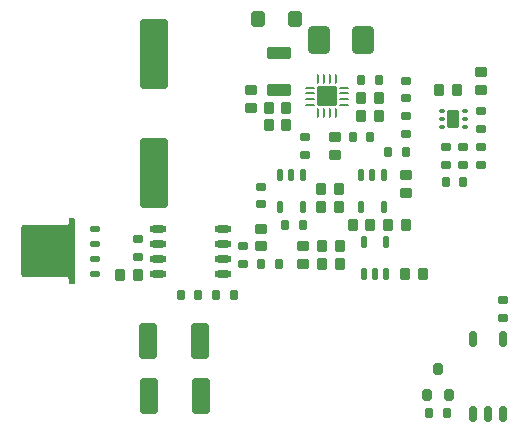
<source format=gtp>
G04*
G04 #@! TF.GenerationSoftware,Altium Limited,Altium Designer,25.6.2 (33)*
G04*
G04 Layer_Color=8421504*
%FSLAX44Y44*%
%MOMM*%
G71*
G04*
G04 #@! TF.SameCoordinates,51367FFA-E2D0-4688-BCD1-F7C66F822469*
G04*
G04*
G04 #@! TF.FilePolarity,Positive*
G04*
G01*
G75*
G04:AMPARAMS|DCode=13|XSize=0.95mm|YSize=0.9mm|CornerRadius=0.1125mm|HoleSize=0mm|Usage=FLASHONLY|Rotation=90.000|XOffset=0mm|YOffset=0mm|HoleType=Round|Shape=RoundedRectangle|*
%AMROUNDEDRECTD13*
21,1,0.9500,0.6750,0,0,90.0*
21,1,0.7250,0.9000,0,0,90.0*
1,1,0.2250,0.3375,0.3625*
1,1,0.2250,0.3375,-0.3625*
1,1,0.2250,-0.3375,-0.3625*
1,1,0.2250,-0.3375,0.3625*
%
%ADD13ROUNDEDRECTD13*%
G04:AMPARAMS|DCode=14|XSize=0.55mm|YSize=1mm|CornerRadius=0.1375mm|HoleSize=0mm|Usage=FLASHONLY|Rotation=180.000|XOffset=0mm|YOffset=0mm|HoleType=Round|Shape=RoundedRectangle|*
%AMROUNDEDRECTD14*
21,1,0.5500,0.7250,0,0,180.0*
21,1,0.2750,1.0000,0,0,180.0*
1,1,0.2750,-0.1375,0.3625*
1,1,0.2750,0.1375,0.3625*
1,1,0.2750,0.1375,-0.3625*
1,1,0.2750,-0.1375,-0.3625*
%
%ADD14ROUNDEDRECTD14*%
G04:AMPARAMS|DCode=15|XSize=0.65mm|YSize=1.3mm|CornerRadius=0.1625mm|HoleSize=0mm|Usage=FLASHONLY|Rotation=0.000|XOffset=0mm|YOffset=0mm|HoleType=Round|Shape=RoundedRectangle|*
%AMROUNDEDRECTD15*
21,1,0.6500,0.9750,0,0,0.0*
21,1,0.3250,1.3000,0,0,0.0*
1,1,0.3250,0.1625,-0.4875*
1,1,0.3250,-0.1625,-0.4875*
1,1,0.3250,-0.1625,0.4875*
1,1,0.3250,0.1625,0.4875*
%
%ADD15ROUNDEDRECTD15*%
G04:AMPARAMS|DCode=16|XSize=0.85mm|YSize=0.65mm|CornerRadius=0.0813mm|HoleSize=0mm|Usage=FLASHONLY|Rotation=90.000|XOffset=0mm|YOffset=0mm|HoleType=Round|Shape=RoundedRectangle|*
%AMROUNDEDRECTD16*
21,1,0.8500,0.4875,0,0,90.0*
21,1,0.6875,0.6500,0,0,90.0*
1,1,0.1625,0.2438,0.3438*
1,1,0.1625,0.2438,-0.3438*
1,1,0.1625,-0.2438,-0.3438*
1,1,0.1625,-0.2438,0.3438*
%
%ADD16ROUNDEDRECTD16*%
G04:AMPARAMS|DCode=17|XSize=0.3mm|YSize=0.45mm|CornerRadius=0.0375mm|HoleSize=0mm|Usage=FLASHONLY|Rotation=90.000|XOffset=0mm|YOffset=0mm|HoleType=Round|Shape=RoundedRectangle|*
%AMROUNDEDRECTD17*
21,1,0.3000,0.3750,0,0,90.0*
21,1,0.2250,0.4500,0,0,90.0*
1,1,0.0750,0.1875,0.1125*
1,1,0.0750,0.1875,-0.1125*
1,1,0.0750,-0.1875,-0.1125*
1,1,0.0750,-0.1875,0.1125*
%
%ADD17ROUNDEDRECTD17*%
G04:AMPARAMS|DCode=18|XSize=1.6mm|YSize=0.96mm|CornerRadius=0.12mm|HoleSize=0mm|Usage=FLASHONLY|Rotation=90.000|XOffset=0mm|YOffset=0mm|HoleType=Round|Shape=RoundedRectangle|*
%AMROUNDEDRECTD18*
21,1,1.6000,0.7200,0,0,90.0*
21,1,1.3600,0.9600,0,0,90.0*
1,1,0.2400,0.3600,0.6800*
1,1,0.2400,0.3600,-0.6800*
1,1,0.2400,-0.3600,-0.6800*
1,1,0.2400,-0.3600,0.6800*
%
%ADD18ROUNDEDRECTD18*%
G04:AMPARAMS|DCode=19|XSize=0.85mm|YSize=0.65mm|CornerRadius=0.0813mm|HoleSize=0mm|Usage=FLASHONLY|Rotation=0.000|XOffset=0mm|YOffset=0mm|HoleType=Round|Shape=RoundedRectangle|*
%AMROUNDEDRECTD19*
21,1,0.8500,0.4875,0,0,0.0*
21,1,0.6875,0.6500,0,0,0.0*
1,1,0.1625,0.3438,-0.2438*
1,1,0.1625,-0.3438,-0.2438*
1,1,0.1625,-0.3438,0.2438*
1,1,0.1625,0.3438,0.2438*
%
%ADD19ROUNDEDRECTD19*%
G04:AMPARAMS|DCode=20|XSize=0.95mm|YSize=0.9mm|CornerRadius=0.1125mm|HoleSize=0mm|Usage=FLASHONLY|Rotation=0.000|XOffset=0mm|YOffset=0mm|HoleType=Round|Shape=RoundedRectangle|*
%AMROUNDEDRECTD20*
21,1,0.9500,0.6750,0,0,0.0*
21,1,0.7250,0.9000,0,0,0.0*
1,1,0.2250,0.3625,-0.3375*
1,1,0.2250,-0.3625,-0.3375*
1,1,0.2250,-0.3625,0.3375*
1,1,0.2250,0.3625,0.3375*
%
%ADD20ROUNDEDRECTD20*%
G04:AMPARAMS|DCode=21|XSize=0.8mm|YSize=1mm|CornerRadius=0.2mm|HoleSize=0mm|Usage=FLASHONLY|Rotation=180.000|XOffset=0mm|YOffset=0mm|HoleType=Round|Shape=RoundedRectangle|*
%AMROUNDEDRECTD21*
21,1,0.8000,0.6000,0,0,180.0*
21,1,0.4000,1.0000,0,0,180.0*
1,1,0.4000,-0.2000,0.3000*
1,1,0.4000,0.2000,0.3000*
1,1,0.4000,0.2000,-0.3000*
1,1,0.4000,-0.2000,-0.3000*
%
%ADD21ROUNDEDRECTD21*%
G04:AMPARAMS|DCode=22|XSize=3mm|YSize=1.5mm|CornerRadius=0.1875mm|HoleSize=0mm|Usage=FLASHONLY|Rotation=270.000|XOffset=0mm|YOffset=0mm|HoleType=Round|Shape=RoundedRectangle|*
%AMROUNDEDRECTD22*
21,1,3.0000,1.1250,0,0,270.0*
21,1,2.6250,1.5000,0,0,270.0*
1,1,0.3750,-0.5625,-1.3125*
1,1,0.3750,-0.5625,1.3125*
1,1,0.3750,0.5625,1.3125*
1,1,0.3750,0.5625,-1.3125*
%
%ADD22ROUNDEDRECTD22*%
G04:AMPARAMS|DCode=23|XSize=2mm|YSize=1mm|CornerRadius=0.125mm|HoleSize=0mm|Usage=FLASHONLY|Rotation=180.000|XOffset=0mm|YOffset=0mm|HoleType=Round|Shape=RoundedRectangle|*
%AMROUNDEDRECTD23*
21,1,2.0000,0.7500,0,0,180.0*
21,1,1.7500,1.0000,0,0,180.0*
1,1,0.2500,-0.8750,0.3750*
1,1,0.2500,0.8750,0.3750*
1,1,0.2500,0.8750,-0.3750*
1,1,0.2500,-0.8750,-0.3750*
%
%ADD23ROUNDEDRECTD23*%
G04:AMPARAMS|DCode=24|XSize=2.3mm|YSize=6mm|CornerRadius=0.1725mm|HoleSize=0mm|Usage=FLASHONLY|Rotation=0.000|XOffset=0mm|YOffset=0mm|HoleType=Round|Shape=RoundedRectangle|*
%AMROUNDEDRECTD24*
21,1,2.3000,5.6550,0,0,0.0*
21,1,1.9550,6.0000,0,0,0.0*
1,1,0.3450,0.9775,-2.8275*
1,1,0.3450,-0.9775,-2.8275*
1,1,0.3450,-0.9775,2.8275*
1,1,0.3450,0.9775,2.8275*
%
%ADD24ROUNDEDRECTD24*%
G04:AMPARAMS|DCode=25|XSize=1.66mm|YSize=1.66mm|CornerRadius=0.1245mm|HoleSize=0mm|Usage=FLASHONLY|Rotation=0.000|XOffset=0mm|YOffset=0mm|HoleType=Round|Shape=RoundedRectangle|*
%AMROUNDEDRECTD25*
21,1,1.6600,1.4110,0,0,0.0*
21,1,1.4110,1.6600,0,0,0.0*
1,1,0.2490,0.7055,-0.7055*
1,1,0.2490,-0.7055,-0.7055*
1,1,0.2490,-0.7055,0.7055*
1,1,0.2490,0.7055,0.7055*
%
%ADD25ROUNDEDRECTD25*%
G04:AMPARAMS|DCode=26|XSize=0.25mm|YSize=0.8mm|CornerRadius=0.0625mm|HoleSize=0mm|Usage=FLASHONLY|Rotation=0.000|XOffset=0mm|YOffset=0mm|HoleType=Round|Shape=RoundedRectangle|*
%AMROUNDEDRECTD26*
21,1,0.2500,0.6750,0,0,0.0*
21,1,0.1250,0.8000,0,0,0.0*
1,1,0.1250,0.0625,-0.3375*
1,1,0.1250,-0.0625,-0.3375*
1,1,0.1250,-0.0625,0.3375*
1,1,0.1250,0.0625,0.3375*
%
%ADD26ROUNDEDRECTD26*%
G04:AMPARAMS|DCode=27|XSize=0.25mm|YSize=0.8mm|CornerRadius=0.0625mm|HoleSize=0mm|Usage=FLASHONLY|Rotation=90.000|XOffset=0mm|YOffset=0mm|HoleType=Round|Shape=RoundedRectangle|*
%AMROUNDEDRECTD27*
21,1,0.2500,0.6750,0,0,90.0*
21,1,0.1250,0.8000,0,0,90.0*
1,1,0.1250,0.3375,0.0625*
1,1,0.1250,0.3375,-0.0625*
1,1,0.1250,-0.3375,-0.0625*
1,1,0.1250,-0.3375,0.0625*
%
%ADD27ROUNDEDRECTD27*%
G04:AMPARAMS|DCode=28|XSize=2.3mm|YSize=1.8mm|CornerRadius=0.225mm|HoleSize=0mm|Usage=FLASHONLY|Rotation=270.000|XOffset=0mm|YOffset=0mm|HoleType=Round|Shape=RoundedRectangle|*
%AMROUNDEDRECTD28*
21,1,2.3000,1.3500,0,0,270.0*
21,1,1.8500,1.8000,0,0,270.0*
1,1,0.4500,-0.6750,-0.9250*
1,1,0.4500,-0.6750,0.9250*
1,1,0.4500,0.6750,0.9250*
1,1,0.4500,0.6750,-0.9250*
%
%ADD28ROUNDEDRECTD28*%
G04:AMPARAMS|DCode=29|XSize=1.3mm|YSize=1.2mm|CornerRadius=0.15mm|HoleSize=0mm|Usage=FLASHONLY|Rotation=90.000|XOffset=0mm|YOffset=0mm|HoleType=Round|Shape=RoundedRectangle|*
%AMROUNDEDRECTD29*
21,1,1.3000,0.9000,0,0,90.0*
21,1,1.0000,1.2000,0,0,90.0*
1,1,0.3000,0.4500,0.5000*
1,1,0.3000,0.4500,-0.5000*
1,1,0.3000,-0.4500,-0.5000*
1,1,0.3000,-0.4500,0.5000*
%
%ADD29ROUNDEDRECTD29*%
G04:AMPARAMS|DCode=30|XSize=0.5mm|YSize=0.85mm|CornerRadius=0.0625mm|HoleSize=0mm|Usage=FLASHONLY|Rotation=90.000|XOffset=0mm|YOffset=0mm|HoleType=Round|Shape=RoundedRectangle|*
%AMROUNDEDRECTD30*
21,1,0.5000,0.7250,0,0,90.0*
21,1,0.3750,0.8500,0,0,90.0*
1,1,0.1250,0.3625,0.1875*
1,1,0.1250,0.3625,-0.1875*
1,1,0.1250,-0.3625,-0.1875*
1,1,0.1250,-0.3625,0.1875*
%
%ADD30ROUNDEDRECTD30*%
G04:AMPARAMS|DCode=31|XSize=4.41mm|YSize=4.55mm|CornerRadius=0.2205mm|HoleSize=0mm|Usage=FLASHONLY|Rotation=90.000|XOffset=0mm|YOffset=0mm|HoleType=Round|Shape=RoundedRectangle|*
%AMROUNDEDRECTD31*
21,1,4.4100,4.1090,0,0,90.0*
21,1,3.9690,4.5500,0,0,90.0*
1,1,0.4410,2.0545,1.9845*
1,1,0.4410,2.0545,-1.9845*
1,1,0.4410,-2.0545,-1.9845*
1,1,0.4410,-2.0545,1.9845*
%
%ADD31ROUNDEDRECTD31*%
%ADD32O,1.4500X0.6000*%
G36*
X85187Y195352D02*
X87833Y195352D01*
X87834Y195351D01*
X88093D01*
X88571Y195153D01*
X88937Y194787D01*
X89135Y194309D01*
Y194050D01*
Y141549D01*
X89135Y141549D01*
X89135Y141191D01*
X88861Y140528D01*
X88354Y140022D01*
X87691Y139747D01*
X87333Y139748D01*
X85437D01*
X85079Y139747D01*
X84416Y140021D01*
X83909Y140529D01*
X83635Y141191D01*
X83635Y141550D01*
X83635Y144030D01*
X83635Y144030D01*
X83587Y144522D01*
X83210Y145430D01*
X82515Y146125D01*
X81607Y146502D01*
X81115Y146550D01*
X46385Y146550D01*
Y188550D01*
X81031Y188550D01*
X81031Y188550D01*
X81539Y188600D01*
X82478Y188989D01*
X83196Y189708D01*
X83585Y190646D01*
X83635Y191154D01*
X83635Y193800D01*
X83636Y193799D01*
X83635Y194108D01*
X83871Y194679D01*
X84308Y195116D01*
X84878Y195352D01*
X85187Y195352D01*
D02*
G37*
D13*
X383750Y148000D02*
D03*
X368750D02*
D03*
X354250Y190000D02*
D03*
X339250D02*
D03*
X313500Y171500D02*
D03*
X412500Y303750D02*
D03*
X397500D02*
D03*
X346250Y282000D02*
D03*
Y297000D02*
D03*
X253000Y274000D02*
D03*
X369250Y190000D02*
D03*
X324250D02*
D03*
X312750Y220000D02*
D03*
X298500Y156500D02*
D03*
X297750Y205000D02*
D03*
X253000Y289000D02*
D03*
X127500Y147500D02*
D03*
X268000Y274000D02*
D03*
X297750Y220000D02*
D03*
X142500Y147500D02*
D03*
X268000Y289000D02*
D03*
X312750Y205000D02*
D03*
X313500Y156500D02*
D03*
X331250Y297000D02*
D03*
Y282000D02*
D03*
X298500Y171500D02*
D03*
D14*
X333750Y148000D02*
D03*
X343250D02*
D03*
X352750D02*
D03*
Y175000D02*
D03*
X333750D02*
D03*
X350500Y204750D02*
D03*
X341000Y231750D02*
D03*
X272250D02*
D03*
X350500D02*
D03*
X281750D02*
D03*
X262750D02*
D03*
X281750Y204750D02*
D03*
X262750D02*
D03*
X331500Y231750D02*
D03*
Y204750D02*
D03*
D15*
X451200Y29750D02*
D03*
X425800D02*
D03*
Y92750D02*
D03*
X451200D02*
D03*
X438500Y29750D02*
D03*
D16*
X223500Y130000D02*
D03*
X418000Y225750D02*
D03*
X403000D02*
D03*
X346250Y312000D02*
D03*
X261500Y156500D02*
D03*
X354250Y251750D02*
D03*
X208500Y130000D02*
D03*
X369250Y251750D02*
D03*
X246500Y156500D02*
D03*
X193500Y130000D02*
D03*
X178500D02*
D03*
X331250Y312000D02*
D03*
X389000Y30250D02*
D03*
X404000D02*
D03*
X266750Y189750D02*
D03*
X281750D02*
D03*
X324250Y264000D02*
D03*
X339250D02*
D03*
D17*
X419250Y272820D02*
D03*
Y279320D02*
D03*
Y285820D02*
D03*
X399750Y272820D02*
D03*
Y279320D02*
D03*
Y285820D02*
D03*
D18*
X409500Y279320D02*
D03*
D19*
X418000Y255750D02*
D03*
Y240750D02*
D03*
X403000D02*
D03*
Y255750D02*
D03*
X433000Y240750D02*
D03*
Y255750D02*
D03*
Y270820D02*
D03*
Y285820D02*
D03*
X246750Y222000D02*
D03*
X283500Y249000D02*
D03*
X369250Y266750D02*
D03*
Y281750D02*
D03*
X231500Y156500D02*
D03*
Y171500D02*
D03*
X283500Y264000D02*
D03*
X142500Y162500D02*
D03*
Y177500D02*
D03*
X451250Y111250D02*
D03*
Y126250D02*
D03*
X246750Y207000D02*
D03*
X369250Y311750D02*
D03*
Y296750D02*
D03*
D20*
X433000Y318750D02*
D03*
Y303750D02*
D03*
X309250Y249000D02*
D03*
X246500Y171600D02*
D03*
X369250Y217000D02*
D03*
X281750Y156500D02*
D03*
X238000Y289000D02*
D03*
X369250Y232000D02*
D03*
X238000Y304000D02*
D03*
X281750Y171500D02*
D03*
X246500Y186600D02*
D03*
X309250Y264000D02*
D03*
D21*
X405500Y45500D02*
D03*
X387500D02*
D03*
X396500Y67500D02*
D03*
D22*
X194750Y91750D02*
D03*
X195500Y44500D02*
D03*
X151500D02*
D03*
X150750Y91750D02*
D03*
D23*
X261500Y303500D02*
D03*
Y335500D02*
D03*
D24*
X156000Y233500D02*
D03*
Y334000D02*
D03*
D25*
X302750Y298500D02*
D03*
D26*
X295250Y313000D02*
D03*
X305250Y284000D02*
D03*
X300250D02*
D03*
X295250D02*
D03*
X310250D02*
D03*
Y313000D02*
D03*
X305250D02*
D03*
X300250D02*
D03*
D27*
X288250Y306000D02*
D03*
Y296000D02*
D03*
Y301000D02*
D03*
Y291000D02*
D03*
X317250D02*
D03*
Y296000D02*
D03*
Y301000D02*
D03*
Y306000D02*
D03*
D28*
X333000Y346000D02*
D03*
X296000D02*
D03*
D29*
X243750Y363750D02*
D03*
X275750D02*
D03*
D30*
X105865Y148500D02*
D03*
Y161200D02*
D03*
Y173900D02*
D03*
Y186600D02*
D03*
D31*
X66365Y167550D02*
D03*
D32*
X159750Y186600D02*
D03*
Y173900D02*
D03*
Y161200D02*
D03*
Y148500D02*
D03*
X214250Y186600D02*
D03*
Y173900D02*
D03*
Y161200D02*
D03*
Y148500D02*
D03*
M02*

</source>
